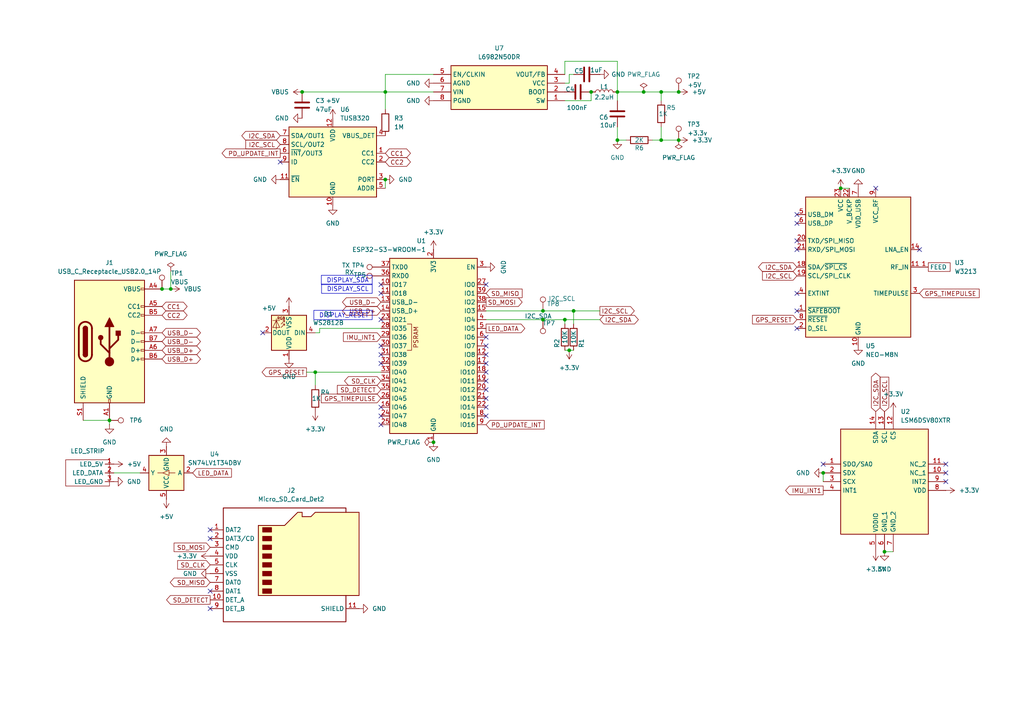
<source format=kicad_sch>
(kicad_sch (version 20250114) (generator "eeschema") (generator_version "9.0")
  (paper "A4")
  (title_block (date "2026-03-07") (rev "r1"))
  (lib_symbols
    (symbol "Connector:Micro_SD_Card_Det2"
      (property "Reference" "J" (at -16.51 17.78 0))
      (property "Value" "Micro_SD_Card_Det2" (at 16.51 17.78 0))
      (symbol "Micro_SD_Card_Det2_0_1"
        (polyline (pts (xy -8.89 -8.89) (xy -8.89 11.43) (xy -1.27 11.43) (xy 2.54 15.24) (xy 3.81 15.24) (xy 3.81 13.97) (xy 6.35 13.97) (xy 7.62 15.24) (xy 20.32 15.24) (xy 20.32 -8.89) (xy -8.89 -8.89)) (stroke (width 0.254)) (fill (type background)))
        (rectangle (start -7.62 10.795) (end -5.08 9.525) (stroke (width 0.254)) (fill (type outline)))
        (rectangle (start -7.62 8.255) (end -5.08 6.985) (stroke (width 0.254)) (fill (type outline)))
        (rectangle (start -7.62 5.715) (end -5.08 4.445) (stroke (width 0.254)) (fill (type outline)))
        (rectangle (start -7.62 3.175) (end -5.08 1.905) (stroke (width 0.254)) (fill (type outline)))
        (rectangle (start -7.62 0.635) (end -5.08 -0.635) (stroke (width 0.254)) (fill (type outline)))
        (rectangle (start -7.62 -1.905) (end -5.08 -3.175) (stroke (width 0.254)) (fill (type outline)))
        (rectangle (start -7.62 -4.445) (end -5.08 -5.715) (stroke (width 0.254)) (fill (type outline)))
        (rectangle (start -7.62 -6.985) (end -5.08 -8.255) (stroke (width 0.254)) (fill (type outline)))
        (polyline (pts (xy 16.51 15.24) (xy 16.51 16.51) (xy -19.05 16.51) (xy -19.05 -16.51) (xy 16.51 -16.51) (xy 16.51 -8.89)) (stroke (width 0.254)))
      )
      (symbol "Micro_SD_Card_Det2_1_1"
        (pin bidirectional line (at -22.86 10.16 0) (length 3.81) (name "DAT2") (number "1"))
        (pin bidirectional line (at -22.86 7.62 0) (length 3.81) (name "DAT3/CD") (number "2"))
        (pin input line (at -22.86 5.08 0) (length 3.81) (name "CMD") (number "3"))
        (pin power_in line (at -22.86 2.54 0) (length 3.81) (name "VDD") (number "4"))
        (pin input line (at -22.86 0 0) (length 3.81) (name "CLK") (number "5"))
        (pin power_in line (at -22.86 -2.54 0) (length 3.81) (name "VSS") (number "6"))
        (pin bidirectional line (at -22.86 -5.08 0) (length 3.81) (name "DAT0") (number "7"))
        (pin bidirectional line (at -22.86 -7.62 0) (length 3.81) (name "DAT1") (number "8"))
        (pin passive line (at -22.86 -10.16 0) (length 3.81) (name "DET_A") (number "10"))
        (pin passive line (at -22.86 -12.7 0) (length 3.81) (name "DET_B") (number "9"))
        (pin passive line (at 20.32 -12.7 180) (length 3.81) (name "SHIELD") (number "11"))
      )
    )
    (symbol "Connector:TestPoint" (pin_numbers (hide yes)) (pin_names (offset 0.762) (hide yes))
      (property "Reference" "TP" (at 0 6.858 0))
      (property "Value" "TestPoint" (at 0 5.08 0))
      (symbol "TestPoint_0_1"
        (circle (center 0 3.302) (radius 0.762))
      )
      (symbol "TestPoint_1_1"
        (pin passive line (at 0 0 90) (length 2.54) (name "1") (number "1"))
      )
    )
    (symbol "Connector:USB_C_Receptacle_USB2.0_14P" (pin_names (offset 1.016))
      (property "Reference" "J" (at 0 22.225 0))
      (property "Value" "USB_C_Receptacle_USB2.0_14P" (at 0 19.685 0))
      (symbol "USB_C_Receptacle_USB2.0_14P_0_0"
        (rectangle (start -0.254 -17.78) (end 0.254 -16.764))
        (rectangle (start 10.16 15.494) (end 9.144 14.986))
        (rectangle (start 10.16 10.414) (end 9.144 9.906))
        (rectangle (start 10.16 7.874) (end 9.144 7.366))
        (rectangle (start 10.16 2.794) (end 9.144 2.286))
        (rectangle (start 10.16 0.254) (end 9.144 -0.254))
        (rectangle (start 10.16 -2.286) (end 9.144 -2.794))
        (rectangle (start 10.16 -4.826) (end 9.144 -5.334))
      )
      (symbol "USB_C_Receptacle_USB2.0_14P_0_1"
        (rectangle (start -10.16 17.78) (end 10.16 -17.78) (stroke (width 0.254)) (fill (type background)))
        (polyline (pts (xy -8.89 -3.81) (xy -8.89 3.81)) (stroke (width 0.508)))
        (rectangle (start -7.62 -3.81) (end -6.35 3.81) (stroke (width 0.254)) (fill (type outline)))
        (arc (start -7.62 3.81) (mid -6.985 4.4423) (end -6.35 3.81) (stroke (width 0.254)))
        (arc (start -7.62 3.81) (mid -6.985 4.4423) (end -6.35 3.81) (stroke (width 0.254)) (fill (type outline)))
        (arc (start -8.89 3.81) (mid -6.985 5.7067) (end -5.08 3.81) (stroke (width 0.508)))
        (arc (start -5.08 -3.81) (mid -6.985 -5.7067) (end -8.89 -3.81) (stroke (width 0.508)))
        (arc (start -6.35 -3.81) (mid -6.985 -4.4423) (end -7.62 -3.81) (stroke (width 0.254)))
        (arc (start -6.35 -3.81) (mid -6.985 -4.4423) (end -7.62 -3.81) (stroke (width 0.254)) (fill (type outline)))
        (polyline (pts (xy -5.08 3.81) (xy -5.08 -3.81)) (stroke (width 0.508)))
        (circle (center -2.54 1.143) (radius 0.635) (stroke (width 0.254)) (fill (type outline)))
        (polyline (pts (xy -1.27 4.318) (xy 0 6.858) (xy 1.27 4.318) (xy -1.27 4.318)) (stroke (width 0.254)) (fill (type outline)))
        (polyline (pts (xy 0 -2.032) (xy 2.54 0.508) (xy 2.54 1.778)) (stroke (width 0.508)))
        (polyline (pts (xy 0 -3.302) (xy -2.54 -0.762) (xy -2.54 0.508)) (stroke (width 0.508)))
        (polyline (pts (xy 0 -5.842) (xy 0 4.318)) (stroke (width 0.508)))
        (circle (center 0 -5.842) (radius 1.27) (fill (type outline)))
        (rectangle (start 1.905 1.778) (end 3.175 3.048) (stroke (width 0.254)) (fill (type outline)))
      )
      (symbol "USB_C_Receptacle_USB2.0_14P_1_1"
        (pin passive line (at -7.62 -22.86 90) (length 5.08) (name "SHIELD") (number "S1"))
        (pin passive line (at 0 -22.86 90) (length 5.08) (name "GND") (number "A1"))
        (pin passive line (at 0 -22.86 90) (length 5.08) (hide yes) (name "GND") (number "A12"))
        (pin passive line (at 0 -22.86 90) (length 5.08) (hide yes) (name "GND") (number "B1"))
        (pin passive line (at 0 -22.86 90) (length 5.08) (hide yes) (name "GND") (number "B12"))
        (pin passive line (at 15.24 15.24 180) (length 5.08) (name "VBUS") (number "A4"))
        (pin passive line (at 15.24 15.24 180) (length 5.08) (hide yes) (name "VBUS") (number "A9"))
        (pin passive line (at 15.24 15.24 180) (length 5.08) (hide yes) (name "VBUS") (number "B4"))
        (pin passive line (at 15.24 15.24 180) (length 5.08) (hide yes) (name "VBUS") (number "B9"))
        (pin bidirectional line (at 15.24 10.16 180) (length 5.08) (name "CC1") (number "A5"))
        (pin bidirectional line (at 15.24 7.62 180) (length 5.08) (name "CC2") (number "B5"))
        (pin bidirectional line (at 15.24 2.54 180) (length 5.08) (name "D-") (number "A7"))
        (pin bidirectional line (at 15.24 0 180) (length 5.08) (name "D-") (number "B7"))
        (pin bidirectional line (at 15.24 -2.54 180) (length 5.08) (name "D+") (number "A6"))
        (pin bidirectional line (at 15.24 -5.08 180) (length 5.08) (name "D+") (number "B6"))
      )
    )
    (symbol "Device:C" (pin_numbers (hide yes)) (pin_names (offset 0.254))
      (property "Reference" "C" (at 0.635 2.54 0))
      (property "Value" "C" (at 0.635 -2.54 0))
      (symbol "C_0_1"
        (polyline (pts (xy -2.032 0.762) (xy 2.032 0.762)) (stroke (width 0.508)))
        (polyline (pts (xy -2.032 -0.762) (xy 2.032 -0.762)) (stroke (width 0.508)))
      )
      (symbol "C_1_1"
        (pin passive line (at 0 3.81 270) (length 2.794) (name "~") (number "1"))
        (pin passive line (at 0 -3.81 90) (length 2.794) (name "~") (number "2"))
      )
    )
    (symbol "Device:L" (pin_numbers (hide yes)) (pin_names (offset 1.016) (hide yes))
      (property "Reference" "L" (at -1.27 0 90))
      (property "Value" "L" (at 1.905 0 90))
      (symbol "L_0_1"
        (arc (start 0 2.54) (mid 0.6323 1.905) (end 0 1.27))
        (arc (start 0 1.27) (mid 0.6323 0.635) (end 0 0))
        (arc (start 0 0) (mid 0.6323 -0.635) (end 0 -1.27))
        (arc (start 0 -1.27) (mid 0.6323 -1.905) (end 0 -2.54))
      )
      (symbol "L_1_1"
        (pin passive line (at 0 3.81 270) (length 1.27) (name "1") (number "1"))
        (pin passive line (at 0 -3.81 90) (length 1.27) (name "2") (number "2"))
      )
    )
    (symbol "Device:R" (pin_numbers (hide yes)) (pin_names (offset 0))
      (property "Reference" "R" (at 2.032 0 90))
      (property "Value" "R" (at 0 0 90))
      (symbol "R_0_1"
        (rectangle (start -1.016 -2.54) (end 1.016 2.54) (stroke (width 0.254)))
      )
      (symbol "R_1_1"
        (pin passive line (at 0 3.81 270) (length 1.27) (name "~") (number "1"))
        (pin passive line (at 0 -3.81 90) (length 1.27) (name "~") (number "2"))
      )
    )
    (symbol "Interface_USB:TUSB320"
      (property "Reference" "U" (at -11.43 11.43 0))
      (property "Value" "TUSB320" (at 7.62 11.43 0))
      (symbol "TUSB320_0_1"
        (rectangle (start -12.7 10.16) (end 12.7 -10.16) (stroke (width 0.254)) (fill (type background)))
      )
      (symbol "TUSB320_1_1"
        (pin bidirectional line (at -15.24 7.62 0) (length 2.54) (name "SDA/OUT1") (number "7"))
        (pin bidirectional line (at -15.24 5.08 0) (length 2.54) (name "SCL/OUT2") (number "8"))
        (pin open_collector line (at -15.24 2.54 0) (length 2.54) (name "~{INT}/OUT3") (number "6"))
        (pin open_collector line (at -15.24 0 0) (length 2.54) (name "ID") (number "9"))
        (pin input line (at -15.24 -5.08 0) (length 2.54) (name "~{EN}") (number "11"))
        (pin power_in line (at 0 12.7 270) (length 2.54) (name "VDD") (number "12"))
        (pin power_in line (at 0 -12.7 90) (length 2.54) (name "GND") (number "10"))
        (pin input line (at 15.24 7.62 180) (length 2.54) (name "VBUS_DET") (number "4"))
        (pin bidirectional line (at 15.24 2.54 180) (length 2.54) (name "CC1") (number "1"))
        (pin bidirectional line (at 15.24 0 180) (length 2.54) (name "CC2") (number "2"))
        (pin input line (at 15.24 -5.08 180) (length 2.54) (name "PORT") (number "3"))
        (pin input line (at 15.24 -7.62 180) (length 2.54) (name "ADDR") (number "5"))
      )
    )
    (symbol "L6982N50DR:L6982N50DR"
      (property "Reference" "IC" (at 34.29 7.62 0))
      (property "Value" "L6982N50DR" (at 34.29 5.08 0))
      (symbol "L6982N50DR_1_1"
        (rectangle (start 5.08 2.54) (end 33.02 -10.16) (stroke (width 0.254)) (fill (type background)))
        (pin passive line (at 0 0 0) (length 5.08) (name "SW") (number "1"))
        (pin passive line (at 0 -2.54 0) (length 5.08) (name "BOOT") (number "2"))
        (pin passive line (at 0 -5.08 0) (length 5.08) (name "VCC") (number "3"))
        (pin passive line (at 0 -7.62 0) (length 5.08) (name "VOUT/FB") (number "4"))
        (pin passive line (at 38.1 0 180) (length 5.08) (name "PGND") (number "8"))
        (pin passive line (at 38.1 -2.54 180) (length 5.08) (name "VIN") (number "7"))
        (pin passive line (at 38.1 -5.08 180) (length 5.08) (name "AGND") (number "6"))
        (pin passive line (at 38.1 -7.62 180) (length 5.08) (name "EN/CLKIN") (number "5"))
      )
    )
    (symbol "LED:WS2812B" (pin_names (offset 0.254))
      (property "Reference" "D" (at 5.08 5.715 0))
      (property "Value" "WS2812B" (at 1.27 -5.715 0))
      (symbol "WS2812B_0_0"
        (text "RGB" (at 2.286 -4.191 0) (effects (font (size 0.762 0.762))))
      )
      (symbol "WS2812B_0_1"
        (polyline (pts (xy 1.27 -2.54) (xy 1.778 -2.54)))
        (polyline (pts (xy 1.27 -3.556) (xy 1.778 -3.556)))
        (polyline (pts (xy 2.286 -1.524) (xy 1.27 -2.54) (xy 1.27 -2.032)))
        (polyline (pts (xy 2.286 -2.54) (xy 1.27 -3.556) (xy 1.27 -3.048)))
        (polyline (pts (xy 3.683 -1.016) (xy 3.683 -3.556) (xy 3.683 -4.064)))
        (polyline (pts (xy 4.699 -1.524) (xy 2.667 -1.524) (xy 3.683 -3.556) (xy 4.699 -1.524)))
        (polyline (pts (xy 4.699 -3.556) (xy 2.667 -3.556)))
        (rectangle (start 5.08 5.08) (end -5.08 -5.08) (stroke (width 0.254)) (fill (type background)))
      )
      (symbol "WS2812B_1_1"
        (pin input line (at -7.62 0 0) (length 2.54) (name "DIN") (number "4"))
        (pin power_in line (at 0 7.62 270) (length 2.54) (name "VDD") (number "1"))
        (pin power_in line (at 0 -7.62 90) (length 2.54) (name "VSS") (number "3"))
        (pin output line (at 7.62 0 180) (length 2.54) (name "DOUT") (number "2"))
      )
    )
    (symbol "LSM6DSV80XTR:LSM6DSV80XTR"
      (property "Reference" "IC" (at 31.75 15.24 0))
      (property "Value" "LSM6DSV80XTR" (at 31.75 12.7 0))
      (symbol "LSM6DSV80XTR_1_1"
        (rectangle (start 5.08 10.16) (end 30.48 -20.32) (stroke (width 0.254)) (fill (type background)))
        (pin passive line (at 0 0 0) (length 5.08) (name "SDO/SA0") (number "1"))
        (pin passive line (at 0 -2.54 0) (length 5.08) (name "SDX") (number "2"))
        (pin passive line (at 0 -5.08 0) (length 5.08) (name "SCX") (number "3"))
        (pin passive line (at 0 -7.62 0) (length 5.08) (name "INT1") (number "4"))
        (pin passive line (at 15.24 15.24 270) (length 5.08) (name "SDA") (number "14"))
        (pin passive line (at 15.24 -25.4 90) (length 5.08) (name "VDDIO") (number "5"))
        (pin passive line (at 17.78 15.24 270) (length 5.08) (name "SCL") (number "13"))
        (pin passive line (at 17.78 -25.4 90) (length 5.08) (name "GND_1") (number "6"))
        (pin passive line (at 20.32 15.24 270) (length 5.08) (name "CS") (number "12"))
        (pin passive line (at 20.32 -25.4 90) (length 5.08) (name "GND_2") (number "7"))
        (pin passive line (at 35.56 0 180) (length 5.08) (name "NC_2") (number "11"))
        (pin passive line (at 35.56 -2.54 180) (length 5.08) (name "NC_1") (number "10"))
        (pin passive line (at 35.56 -5.08 180) (length 5.08) (name "INT2") (number "9"))
        (pin passive line (at 35.56 -7.62 180) (length 5.08) (name "VDD") (number "8"))
      )
    )
    (symbol "Logic_LevelTranslator:SN74LV1T34DBV"
      (property "Reference" "U" (at 5.08 6.35 0))
      (property "Value" "SN74LV1T34DBV" (at 5.08 3.81 0))
      (symbol "SN74LV1T34DBV_0_1"
        (rectangle (start -5.08 5.08) (end 5.08 -5.08) (stroke (width 0.254)) (fill (type background)))
        (polyline (pts (xy -0.762 0) (xy -2.54 0)))
        (polyline (pts (xy 1.016 0) (xy 2.54 0)))
      )
      (symbol "SN74LV1T34DBV_1_1"
        (polyline (pts (xy -0.762 -0.762) (xy -0.762 0.762) (xy 1.016 0) (xy -0.762 -0.762)))
        (pin input line (at -7.62 0 0) (length 2.54) (name "A") (number "2"))
        (pin no_connect line (at -5.08 2.54 0) (length 2.54) (hide yes) (name "NC") (number "1"))
        (pin power_in line (at 0 7.62 270) (length 2.54) (name "VCC") (number "5"))
        (pin power_in line (at 0 -7.62 90) (length 2.54) (name "GND") (number "3"))
        (pin output line (at 7.62 0 180) (length 2.54) (name "Y") (number "4"))
      )
    )
    (symbol "RF_GPS:NEO-M8N"
      (property "Reference" "U" (at -13.97 21.59 0))
      (property "Value" "NEO-M8N" (at 11.43 21.59 0))
      (symbol "NEO-M8N_0_1"
        (rectangle (start -15.24 20.32) (end 15.24 -20.32) (stroke (width 0.254)) (fill (type background)))
      )
      (symbol "NEO-M8N_1_1"
        (pin bidirectional line (at -17.78 15.24 0) (length 2.54) (name "USB_DM") (number "5"))
        (pin bidirectional line (at -17.78 12.7 0) (length 2.54) (name "USB_DP") (number "6"))
        (pin output line (at -17.78 7.62 0) (length 2.54) (name "TXD/SPI_MISO") (number "20"))
        (pin input line (at -17.78 5.08 0) (length 2.54) (name "RXD/SPI_MOSI") (number "21"))
        (pin bidirectional line (at -17.78 0 0) (length 2.54) (name "SDA/~{SPI_CS}") (number "18"))
        (pin input line (at -17.78 -2.54 0) (length 2.54) (name "SCL/SPI_CLK") (number "19"))
        (pin input line (at -17.78 -7.62 0) (length 2.54) (name "EXTINT") (number "4"))
        (pin input line (at -17.78 -12.7 0) (length 2.54) (name "~{SAFEBOOT}") (number "1"))
        (pin input line (at -17.78 -15.24 0) (length 2.54) (name "~{RESET}") (number "8"))
        (pin input line (at -17.78 -17.78 0) (length 2.54) (name "D_SEL") (number "2"))
        (pin power_in line (at -5.08 22.86 270) (length 2.54) (name "VCC") (number "23"))
        (pin power_in line (at -2.54 22.86 270) (length 2.54) (name "V_BCKP") (number "22"))
        (pin power_in line (at 0 22.86 270) (length 2.54) (name "VDD_USB") (number "7"))
        (pin power_in line (at 0 -22.86 90) (length 2.54) (name "GND") (number "10"))
        (pin passive line (at 0 -22.86 90) (length 2.54) (hide yes) (name "GND") (number "12"))
        (pin passive line (at 0 -22.86 90) (length 2.54) (hide yes) (name "GND") (number "13"))
        (pin passive line (at 0 -22.86 90) (length 2.54) (hide yes) (name "GND") (number "24"))
        (pin power_out line (at 5.08 22.86 270) (length 2.54) (name "VCC_RF") (number "9"))
        (pin no_connect line (at 15.24 -10.16 180) (length 2.54) (hide yes) (name "RESERVED") (number "15"))
        (pin no_connect line (at 15.24 -12.7 180) (length 2.54) (hide yes) (name "RESERVED") (number "16"))
        (pin no_connect line (at 15.24 -15.24 180) (length 2.54) (hide yes) (name "RESERVED") (number "17"))
        (pin output line (at 17.78 5.08 180) (length 2.54) (name "LNA_EN") (number "14"))
        (pin input line (at 17.78 0 180) (length 2.54) (name "RF_IN") (number "11"))
        (pin output line (at 17.78 -7.62 180) (length 2.54) (name "TIMEPULSE") (number "3"))
      )
    )
    (symbol "RF_Module:ESP32-S3-WROOM-1"
      (property "Reference" "U" (at -12.7 26.67 0))
      (property "Value" "ESP32-S3-WROOM-1" (at 12.7 26.67 0))
      (symbol "ESP32-S3-WROOM-1_0_0"
        (rectangle (start -12.7 25.4) (end 12.7 -25.4) (stroke (width 0.254)) (fill (type background)))
        (text "PSRAM" (at 5.08 2.54 900) (effects (font (size 1.27 1.27))))
      )
      (symbol "ESP32-S3-WROOM-1_0_1"
        (polyline (pts (xy 7.62 -1.27) (xy 6.35 -1.27) (xy 6.35 6.35) (xy 7.62 6.35)))
      )
      (symbol "ESP32-S3-WROOM-1_1_1"
        (pin input line (at -15.24 22.86 0) (length 2.54) (name "EN") (number "3"))
        (pin bidirectional line (at -15.24 17.78 0) (length 2.54) (name "IO0") (number "27"))
        (pin bidirectional line (at -15.24 15.24 0) (length 2.54) (name "IO1") (number "39"))
        (pin bidirectional line (at -15.24 12.7 0) (length 2.54) (name "IO2") (number "38"))
        (pin bidirectional line (at -15.24 10.16 0) (length 2.54) (name "IO3") (number "15"))
        (pin bidirectional line (at -15.24 7.62 0) (length 2.54) (name "IO4") (number "4"))
        (pin bidirectional line (at -15.24 5.08 0) (length 2.54) (name "IO5") (number "5"))
        (pin bidirectional line (at -15.24 2.54 0) (length 2.54) (name "IO6") (number "6"))
        (pin bidirectional line (at -15.24 0 0) (length 2.54) (name "IO7") (number "7"))
        (pin bidirectional line (at -15.24 -2.54 0) (length 2.54) (name "IO8") (number "12"))
        (pin bidirectional line (at -15.24 -5.08 0) (length 2.54) (name "IO9") (number "17"))
        (pin bidirectional line (at -15.24 -7.62 0) (length 2.54) (name "IO10") (number "18"))
        (pin bidirectional line (at -15.24 -10.16 0) (length 2.54) (name "IO11") (number "19"))
        (pin bidirectional line (at -15.24 -12.7 0) (length 2.54) (name "IO12") (number "20"))
        (pin bidirectional line (at -15.24 -15.24 0) (length 2.54) (name "IO13") (number "21"))
        (pin bidirectional line (at -15.24 -17.78 0) (length 2.54) (name "IO14") (number "22"))
        (pin bidirectional line (at -15.24 -20.32 0) (length 2.54) (name "IO15") (number "8"))
        (pin bidirectional line (at -15.24 -22.86 0) (length 2.54) (name "IO16") (number "9"))
        (pin power_in line (at 0 27.94 270) (length 2.54) (name "3V3") (number "2"))
        (pin power_in line (at 0 -27.94 90) (length 2.54) (name "GND") (number "1"))
        (pin passive line (at 0 -27.94 90) (length 2.54) (hide yes) (name "GND") (number "40"))
        (pin passive line (at 0 -27.94 90) (length 2.54) (hide yes) (name "GND") (number "41"))
        (pin bidirectional line (at 15.24 22.86 180) (length 2.54) (name "TXD0") (number "37"))
        (pin bidirectional line (at 15.24 20.32 180) (length 2.54) (name "RXD0") (number "36"))
        (pin bidirectional line (at 15.24 17.78 180) (length 2.54) (name "IO17") (number "10"))
        (pin bidirectional line (at 15.24 15.24 180) (length 2.54) (name "IO18") (number "11"))
        (pin bidirectional line (at 15.24 12.7 180) (length 2.54) (name "USB_D-") (number "13"))
        (pin bidirectional line (at 15.24 10.16 180) (length 2.54) (name "USB_D+") (number "14"))
        (pin bidirectional line (at 15.24 7.62 180) (length 2.54) (name "IO21") (number "23"))
        (pin bidirectional line (at 15.24 5.08 180) (length 2.54) (name "IO35") (number "28"))
        (pin bidirectional line (at 15.24 2.54 180) (length 2.54) (name "IO36") (number "29"))
        (pin bidirectional line (at 15.24 0 180) (length 2.54) (name "IO37") (number "30"))
        (pin bidirectional line (at 15.24 -2.54 180) (length 2.54) (name "IO38") (number "31"))
        (pin bidirectional line (at 15.24 -5.08 180) (length 2.54) (name "IO39") (number "32"))
        (pin bidirectional line (at 15.24 -7.62 180) (length 2.54) (name "IO40") (number "33"))
        (pin bidirectional line (at 15.24 -10.16 180) (length 2.54) (name "IO41") (number "34"))
        (pin bidirectional line (at 15.24 -12.7 180) (length 2.54) (name "IO42") (number "35"))
        (pin bidirectional line (at 15.24 -15.24 180) (length 2.54) (name "IO45") (number "26"))
        (pin bidirectional line (at 15.24 -17.78 180) (length 2.54) (name "IO46") (number "16"))
        (pin bidirectional line (at 15.24 -20.32 180) (length 2.54) (name "IO47") (number "24"))
        (pin bidirectional line (at 15.24 -22.86 180) (length 2.54) (name "IO48") (number "25"))
      )
    )
    (symbol "chips:LED_STRIP"
      (symbol "LED_STRIP_0_1"
        (rectangle (start -1.27 -1.27) (end -13.97 -8.89))
      )
      (symbol "LED_STRIP_1_1"
        (pin power_in line (at 0 -2.54 180) (length 2.54) (name "LED_5V") (number "1"))
        (pin input line (at 0 -5.08 180) (length 2.54) (name "LED_DATA") (number "2"))
        (pin passive line (at 0 -7.62 180) (length 2.54) (name "LED_GND") (number "3"))
      )
    )
    (symbol "chips:W3213"
      (property "Reference" "U" (at 3.048 0.762 0))
      (symbol "W3213_0_1"
        (rectangle (start 0 0) (end 6.35 -2.54))
      )
      (symbol "W3213_1_1"
        (pin bidirectional line (at -2.54 -1.27 0) (length 2.54) (name "FEED") (number "1"))
      )
    )
    (symbol "power:+3.3V" (power) (pin_numbers (hide yes)) (pin_names (offset 0) (hide yes))
      (property "Value" "+3.3V" (at 0 3.556 0))
      (symbol "+3.3V_0_1"
        (polyline (pts (xy -0.762 1.27) (xy 0 2.54)))
        (polyline (pts (xy 0 2.54) (xy 0.762 1.27)))
        (polyline (pts (xy 0 0) (xy 0 2.54)))
      )
      (symbol "+3.3V_1_1"
        (pin power_in line (at 0 0 90) (length 0) (name "~") (number "1"))
      )
    )
    (symbol "power:+5V" (power) (pin_numbers (hide yes)) (pin_names (offset 0) (hide yes))
      (property "Value" "+5V" (at 0 3.556 0))
      (symbol "+5V_0_1"
        (polyline (pts (xy -0.762 1.27) (xy 0 2.54)))
        (polyline (pts (xy 0 2.54) (xy 0.762 1.27)))
        (polyline (pts (xy 0 0) (xy 0 2.54)))
      )
      (symbol "+5V_1_1"
        (pin power_in line (at 0 0 90) (length 0) (name "~") (number "1"))
      )
    )
    (symbol "power:GND" (power) (pin_numbers (hide yes)) (pin_names (offset 0) (hide yes))
      (property "Value" "GND" (at 0 -3.81 0))
      (symbol "GND_0_1"
        (polyline (pts (xy 0 0) (xy 0 -1.27) (xy 1.27 -1.27) (xy 0 -2.54) (xy -1.27 -1.27) (xy 0 -1.27)))
      )
      (symbol "GND_1_1"
        (pin power_in line (at 0 0 270) (length 0) (name "~") (number "1"))
      )
    )
    (symbol "power:PWR_FLAG" (power) (pin_numbers (hide yes)) (pin_names (offset 0) (hide yes))
      (property "Value" "PWR_FLAG" (at 0 3.81 0))
      (symbol "PWR_FLAG_0_0"
        (pin power_out line (at 0 0 90) (length 0) (name "~") (number "1"))
      )
      (symbol "PWR_FLAG_0_1"
        (polyline (pts (xy 0 0) (xy 0 1.27) (xy -1.016 1.905) (xy 0 2.54) (xy 1.016 1.905) (xy 0 1.27)))
      )
    )
    (symbol "power:VBUS" (power) (pin_numbers (hide yes)) (pin_names (offset 0) (hide yes))
      (property "Value" "VBUS" (at 0 3.556 0))
      (symbol "VBUS_0_1"
        (polyline (pts (xy -0.762 1.27) (xy 0 2.54)))
        (polyline (pts (xy 0 2.54) (xy 0.762 1.27)))
        (polyline (pts (xy 0 0) (xy 0 2.54)))
      )
      (symbol "VBUS_1_1"
        (pin power_in line (at 0 0 90) (length 0) (name "~") (number "1"))
      )
    )
  )
  (text_box "DISPLAY_RESET" (at 91.026 90.0105 0) (size 16.924 2.6995) (margins 0.9525 0.9525 0.9525 0.9525) (effects (font (size 1.27 1.27)) (justify right)))
  (text_box "DISPLAY_SDA" (at 93.203 79.8505 0) (size 14.747 2.6995) (margins 0.9525 0.9525 0.9525 0.9525) (effects (font (size 1.27 1.27)) (justify right)))
  (text_box "DISPLAY_SCL" (at 93.2635 82.3905 0) (size 14.6865 2.6995) (margins 0.9525 0.9525 0.9525 0.9525) (effects (font (size 1.27 1.27)) (justify right)))
  (junction (at 256.54 160.02))
  (junction (at 191.77 26.67))
  (junction (at 166.37 90.17))
  (junction (at 179.07 40.64))
  (junction (at 171.45 26.67))
  (junction (at 163.83 92.71))
  (junction (at 157.48 92.71))
  (junction (at 191.77 40.64))
  (junction (at 196.85 26.67))
  (junction (at 165.1 101.6))
  (junction (at 111.76 26.67))
  (junction (at 243.84 54.61))
  (junction (at 91.44 107.95))
  (junction (at 238.76 137.16))
  (junction (at 125.73 128.27))
  (junction (at 179.07 26.67))
  (junction (at 186.69 26.67))
  (junction (at 111.76 52.07))
  (junction (at 87.63 26.67))
  (junction (at 31.75 121.92))
  (junction (at 196.85 40.64))
  (junction (at 49.53 83.82))
  (junction (at 46.99 83.82))
  (junction (at 157.48 90.17))
  (no_connect (at 140.97 113.03))
  (no_connect (at 140.97 115.57))
  (no_connect (at 140.97 102.87))
  (no_connect (at 254 54.61))
  (no_connect (at 231.14 90.17))
  (no_connect (at 140.97 118.11))
  (no_connect (at 231.14 95.25))
  (no_connect (at 110.49 92.71))
  (no_connect (at 110.49 105.41))
  (no_connect (at 110.49 100.33))
  (no_connect (at 231.14 69.85))
  (no_connect (at 231.14 72.39))
  (no_connect (at 231.14 85.09))
  (no_connect (at 266.7 72.39))
  (no_connect (at 81.28 46.99))
  (no_connect (at 110.49 123.19))
  (no_connect (at 274.32 134.62))
  (no_connect (at 76.2 96.52))
  (no_connect (at 140.97 97.79))
  (no_connect (at 140.97 120.65))
  (no_connect (at 60.96 153.67))
  (no_connect (at 60.96 156.21))
  (no_connect (at 140.97 100.33))
  (no_connect (at 60.96 171.45))
  (no_connect (at 140.97 82.55))
  (no_connect (at 238.76 134.62))
  (no_connect (at 231.14 62.23))
  (no_connect (at 274.32 137.16))
  (no_connect (at 274.32 139.7))
  (no_connect (at 231.14 64.77))
  (no_connect (at 140.97 105.41))
  (no_connect (at 110.49 102.87))
  (no_connect (at 110.49 118.11))
  (no_connect (at 110.49 82.55))
  (no_connect (at 110.49 85.09))
  (no_connect (at 140.97 110.49))
  (no_connect (at 60.96 176.53))
  (no_connect (at 110.49 120.65))
  (no_connect (at 140.97 107.95))
  (wire (pts (xy 166.37 101.6) (xy 165.1 101.6)))
  (wire (pts (xy 166.37 93.98) (xy 166.37 90.17)))
  (wire (pts (xy 163.83 29.21) (xy 171.45 29.21)))
  (wire (pts (xy 87.63 26.67) (xy 111.76 26.67)))
  (wire (pts (xy 163.83 93.98) (xy 163.83 92.71)))
  (wire (pts (xy 140.97 90.17) (xy 157.48 90.17)))
  (wire (pts (xy 165.1 21.59) (xy 166.37 21.59)))
  (wire (pts (xy 256.54 160.02) (xy 259.08 160.02)))
  (wire (pts (xy 243.84 54.61) (xy 246.38 54.61)))
  (wire (pts (xy 165.1 101.6) (xy 163.83 101.6)))
  (wire (pts (xy 125.73 21.59) (xy 111.76 21.59)))
  (wire (pts (xy 92.71 95.25) (xy 110.49 95.25)))
  (wire (pts (xy 111.76 52.07) (xy 111.76 54.61)))
  (wire (pts (xy 191.77 26.67) (xy 186.69 26.67)))
  (wire (pts (xy 173.99 92.71) (xy 163.83 92.71)))
  (wire (pts (xy 163.83 24.13) (xy 165.1 24.13)))
  (wire (pts (xy 163.83 17.78) (xy 179.07 17.78)))
  (wire (pts (xy 91.44 107.95) (xy 110.49 107.95)))
  (wire (pts (xy 111.76 26.67) (xy 125.73 26.67)))
  (wire (pts (xy 24.13 121.92) (xy 31.75 121.92)))
  (wire (pts (xy 191.77 40.64) (xy 196.85 40.64)))
  (wire (pts (xy 92.71 95.25) (xy 92.71 96.52)))
  (wire (pts (xy 163.83 17.78) (xy 163.83 21.59)))
  (wire (pts (xy 196.85 26.67) (xy 191.77 26.67)))
  (wire (pts (xy 49.53 83.82) (xy 46.99 83.82)))
  (wire (pts (xy 179.07 40.64) (xy 179.07 36.83)))
  (wire (pts (xy 49.53 78.74) (xy 49.53 83.82)))
  (wire (pts (xy 238.76 137.16) (xy 238.76 139.7)))
  (wire (pts (xy 166.37 90.17) (xy 157.48 90.17)))
  (wire (pts (xy 140.97 92.71) (xy 157.48 92.71)))
  (wire (pts (xy 31.75 121.92) (xy 31.75 123.19)))
  (wire (pts (xy 191.77 29.21) (xy 191.77 26.67)))
  (wire (pts (xy 111.76 21.59) (xy 111.76 26.67)))
  (wire (pts (xy 173.99 90.17) (xy 166.37 90.17)))
  (wire (pts (xy 165.1 24.13) (xy 165.1 21.59)))
  (wire (pts (xy 171.45 29.21) (xy 171.45 26.67)))
  (wire (pts (xy 189.23 40.64) (xy 191.77 40.64)))
  (wire (pts (xy 179.07 26.67) (xy 186.69 26.67)))
  (wire (pts (xy 91.44 107.95) (xy 91.44 111.76)))
  (wire (pts (xy 111.76 26.67) (xy 111.76 31.75)))
  (wire (pts (xy 179.07 29.21) (xy 179.07 26.67)))
  (wire (pts (xy 163.83 92.71) (xy 157.48 92.71)))
  (wire (pts (xy 179.07 17.78) (xy 179.07 26.67)))
  (wire (pts (xy 92.71 96.52) (xy 91.44 96.52)))
  (wire (pts (xy 191.77 36.83) (xy 191.77 40.64)))
  (wire (pts (xy 181.61 40.64) (xy 179.07 40.64)))
  (wire (pts (xy 88.9 107.95) (xy 91.44 107.95)))
  (wire (pts (xy 33.02 137.16) (xy 40.64 137.16)))
  (global_label "CC1" (shape bidirectional) (at 111.76 44.45 0) (property "Intersheetrefs" "${INTERSHEET_REFS}" (effects (hide yes))))
  (global_label "USB_D+" (shape bidirectional) (at 46.99 101.6 0) (property "Intersheetrefs" "${INTERSHEET_REFS}" (effects (hide yes))))
  (global_label "IMU_INT1" (shape output) (at 238.76 142.24 180) (property "Intersheetrefs" "${INTERSHEET_REFS}" (effects (hide yes))))
  (global_label "SD_CLK" (shape input) (at 60.96 163.83 180) (property "Intersheetrefs" "${INTERSHEET_REFS}" (effects (hide yes))))
  (global_label "CC2" (shape bidirectional) (at 46.99 91.44 0) (property "Intersheetrefs" "${INTERSHEET_REFS}" (effects (hide yes))))
  (global_label "USB_D-" (shape bidirectional) (at 110.49 87.63 180) (property "Intersheetrefs" "${INTERSHEET_REFS}" (effects (hide yes))))
  (global_label "SD_CLK" (shape bidirectional) (at 110.49 110.49 180) (property "Intersheetrefs" "${INTERSHEET_REFS}" (effects (hide yes))))
  (global_label "SD_DETECT" (shape output) (at 60.96 173.99 180) (property "Intersheetrefs" "${INTERSHEET_REFS}" (effects (hide yes))))
  (global_label "I2C_SCL" (shape input) (at 256.54 119.38 90) (property "Intersheetrefs" "${INTERSHEET_REFS}" (effects (hide yes))))
  (global_label "SD_MOSI" (shape output) (at 140.97 87.63 0) (property "Intersheetrefs" "${INTERSHEET_REFS}" (effects (hide yes))))
  (global_label "I2C_SDA" (shape bidirectional) (at 231.14 77.47 180) (property "Intersheetrefs" "${INTERSHEET_REFS}" (effects (hide yes))))
  (global_label "IMU_INT1" (shape input) (at 110.49 97.79 180) (property "Intersheetrefs" "${INTERSHEET_REFS}" (effects (hide yes))))
  (global_label "I2C_SCL" (shape input) (at 81.28 41.91 180) (property "Intersheetrefs" "${INTERSHEET_REFS}" (effects (hide yes))))
  (global_label "PD_UPDATE_INT" (shape input) (at 140.97 123.19 0) (property "Intersheetrefs" "${INTERSHEET_REFS}" (effects (hide yes))))
  (global_label "USB_D-" (shape bidirectional) (at 46.99 99.06 0) (property "Intersheetrefs" "${INTERSHEET_REFS}" (effects (hide yes))))
  (global_label "SD_DETECT" (shape input) (at 110.49 113.03 180) (property "Intersheetrefs" "${INTERSHEET_REFS}" (effects (hide yes))))
  (global_label "USB_D+" (shape bidirectional) (at 110.49 90.17 180) (property "Intersheetrefs" "${INTERSHEET_REFS}" (effects (hide yes))))
  (global_label "LED_DATA" (shape output) (at 140.97 95.25 0) (property "Intersheetrefs" "${INTERSHEET_REFS}" (effects (hide yes))))
  (global_label "I2C_SDA" (shape bidirectional) (at 81.28 39.37 180) (property "Intersheetrefs" "${INTERSHEET_REFS}" (effects (hide yes))))
  (global_label "SD_MISO" (shape bidirectional) (at 60.96 168.91 180) (property "Intersheetrefs" "${INTERSHEET_REFS}" (effects (hide yes))))
  (global_label "SD_MOSI" (shape input) (at 60.96 158.75 180) (property "Intersheetrefs" "${INTERSHEET_REFS}" (effects (hide yes))))
  (global_label "CC2" (shape bidirectional) (at 111.76 46.99 0) (property "Intersheetrefs" "${INTERSHEET_REFS}" (effects (hide yes))))
  (global_label "GPS_RESET" (shape output) (at 88.9 107.95 180) (property "Intersheetrefs" "${INTERSHEET_REFS}" (effects (hide yes))))
  (global_label "I2C_SCL" (shape output) (at 173.99 90.17 0) (property "Intersheetrefs" "${INTERSHEET_REFS}" (effects (hide yes))))
  (global_label "I2C_SDA" (shape bidirectional) (at 173.99 92.71 0) (property "Intersheetrefs" "${INTERSHEET_REFS}" (effects (hide yes))))
  (global_label "LED_DATA" (shape input) (at 55.88 137.16 0) (property "Intersheetrefs" "${INTERSHEET_REFS}" (effects (hide yes))))
  (global_label "SD_MISO" (shape input) (at 140.97 85.09 0) (property "Intersheetrefs" "${INTERSHEET_REFS}" (effects (hide yes))))
  (global_label "I2C_SDA" (shape bidirectional) (at 254 119.38 90) (property "Intersheetrefs" "${INTERSHEET_REFS}" (effects (hide yes))))
  (global_label "I2C_SCL" (shape input) (at 231.14 80.01 180) (property "Intersheetrefs" "${INTERSHEET_REFS}" (effects (hide yes))))
  (global_label "PD_UPDATE_INT" (shape output) (at 81.28 44.45 180) (property "Intersheetrefs" "${INTERSHEET_REFS}" (effects (hide yes))))
  (global_label "USB_D-" (shape bidirectional) (at 46.99 96.52 0) (property "Intersheetrefs" "${INTERSHEET_REFS}" (effects (hide yes))))
  (global_label "USB_D+" (shape bidirectional) (at 46.99 104.14 0) (property "Intersheetrefs" "${INTERSHEET_REFS}" (effects (hide yes))))
  (global_label "GPS_TIMEPULSE" (shape input) (at 110.49 115.57 180) (property "Intersheetrefs" "${INTERSHEET_REFS}" (effects (hide yes))))
  (global_label "CC1" (shape bidirectional) (at 46.99 88.9 0) (property "Intersheetrefs" "${INTERSHEET_REFS}" (effects (hide yes))))
  (global_label "GPS_RESET" (shape input) (at 231.14 92.71 180) (property "Intersheetrefs" "${INTERSHEET_REFS}" (effects (hide yes))))
  (global_label "GPS_TIMEPULSE" (shape input) (at 266.7 85.09 0) (property "Intersheetrefs" "${INTERSHEET_REFS}" (effects (hide yes))))
  (symbol (lib_id "Connector:TestPoint") (at 110.49 77.47 90) (unit 1) (in_bom no)
    (property "Reference" "TP4" (at 103.886 76.962 90))
    (property "Value" "TX" (at 100.33 76.962 90))
    (property "Footprint" "TestPoint:TestPoint_Pad_D1.0mm" (effects (hide yes)))
    (property "Description" "test point" (effects (hide yes)))
  )
  (symbol (lib_id "Device:R") (at 185.42 40.64 90) (unit 1)
    (property "Reference" "R6" (at 185.42 42.926 90))
    (property "Value" "2K" (at 185.42 40.64 90))
    (property "Footprint" "Resistor_SMD:R_0603_1608Metric_Pad0.98x0.95mm_HandSolder" (effects (hide yes)))
    (property "Description" "Resistor" (effects (hide yes)))
    (property "Mouser Part Number" "652-CR0603JW-202ELF" (effects (hide yes)))
  )
  (symbol (lib_id "power:+3.3V") (at 60.96 161.29 90) (unit 1)
    (property "Reference" "#PWR017" (effects (hide yes)))
    (property "Value" "+3.3V" (at 57.15 161.2899 90) (effects (justify left)))
    (property "Description" "Power symbol creates a global label with name \"+3.3V\"" (effects (hide yes)))
  )
  (symbol (lib_id "power:GND") (at 81.28 52.07 270) (unit 1)
    (property "Reference" "#PWR019" (effects (hide yes)))
    (property "Value" "GND" (at 77.47 52.0699 90) (effects (justify right)))
    (property "Description" "Power symbol creates a global label with name \"GND\" , ground" (effects (hide yes)))
  )
  (symbol (lib_id "Device:R") (at 111.76 35.56 0) (unit 1)
    (property "Reference" "R3" (at 114.3 34.2899 0) (effects (justify left)))
    (property "Value" "1M" (at 114.3 36.8299 0) (effects (justify left)))
    (property "Footprint" "Resistor_SMD:R_0603_1608Metric_Pad0.98x0.95mm_HandSolder" (effects (hide yes)))
    (property "Description" "Resistor" (effects (hide yes)))
    (property "Mouser Part Number" "755-SFR03EZPJ105" (effects (hide yes)))
  )
  (symbol (lib_id "chips:W3213") (at 269.24 76.2 0) (unit 1)
    (property "Reference" "U3" (at 276.86 76.1999 0) (effects (justify left)))
    (property "Value" "W3213" (at 276.86 78.7399 0) (effects (justify left)))
    (property "Footprint" "KiCad:W3213" (effects (hide yes)))
    (property "Mouser Part Number" "673-W3213" (effects (hide yes)))
  )
  (symbol (lib_id "power:VBUS") (at 49.53 83.82 270) (unit 1)
    (property "Reference" "#PWR07" (effects (hide yes)))
    (property "Value" "VBUS" (at 53.34 83.8199 90) (effects (justify left)))
    (property "Description" "Power symbol creates a global label with name \"VBUS\"" (effects (hide yes)))
  )
  (symbol (lib_id "Device:C") (at 179.07 33.02 0) (unit 1)
    (property "Reference" "C6" (at 173.736 34.036 0) (effects (justify left)))
    (property "Value" "10uF" (at 173.99 36.322 0) (effects (justify left)))
    (property "Footprint" "Capacitor_SMD:C_0805_2012Metric_Pad1.18x1.45mm_HandSolder" (effects (hide yes)))
    (property "Description" "Unpolarized capacitor" (effects (hide yes)))
    (property "Mouser Part Number" "581-0805X7R106KT1AT" (effects (hide yes)))
  )
  (symbol (lib_id "power:+3.3V") (at 274.32 142.24 270) (unit 1)
    (property "Reference" "#PWR032" (effects (hide yes)))
    (property "Value" "+3.3V" (at 278.13 142.2399 90) (effects (justify left)))
    (property "Description" "Power symbol creates a global label with name \"+3.3V\"" (effects (hide yes)))
  )
  (symbol (lib_id "Connector:TestPoint") (at 110.49 80.01 90) (unit 1) (in_bom no)
    (property "Reference" "TP5" (at 104.394 79.756 90))
    (property "Value" "RX" (at 101.346 78.994 90))
    (property "Footprint" "TestPoint:TestPoint_Pad_D1.0mm" (effects (hide yes)))
    (property "Description" "test point" (effects (hide yes)))
  )
  (symbol (lib_id "power:+3.3V") (at 259.08 119.38 0) (unit 1)
    (property "Reference" "#PWR031" (effects (hide yes)))
    (property "Value" "+3.3V" (at 259.08 114.3 0))
    (property "Description" "Power symbol creates a global label with name \"+3.3V\"" (effects (hide yes)))
  )
  (symbol (lib_id "Connector:TestPoint") (at 157.48 92.71 180) (unit 1) (in_bom no)
    (property "Reference" "TP7" (at 161.036 93.726 0) (effects (justify left)))
    (property "Value" "I2C_SDA" (at 160.02 91.694 0) (effects (justify left)))
    (property "Footprint" "TestPoint:TestPoint_Pad_D1.0mm" (effects (hide yes)))
    (property "Description" "test point" (effects (hide yes)))
  )
  (symbol (lib_id "power:GND") (at 248.92 54.61 180) (unit 1)
    (property "Reference" "#PWR034" (effects (hide yes)))
    (property "Value" "GND" (at 248.92 49.53 0))
    (property "Description" "Power symbol creates a global label with name \"GND\" , ground" (effects (hide yes)))
  )
  (symbol (lib_id "power:GND") (at 83.82 104.14 0) (unit 1)
    (property "Reference" "#PWR029" (effects (hide yes)))
    (property "Value" "GND" (at 83.82 109.22 0))
    (property "Description" "Power symbol creates a global label with name \"GND\" , ground" (effects (hide yes)))
  )
  (symbol (lib_id "power:GND") (at 179.07 40.64 0) (unit 1)
    (property "Reference" "#PWR026" (effects (hide yes)))
    (property "Value" "GND" (at 179.07 45.72 0))
    (property "Description" "Power symbol creates a global label with name \"GND\" , ground" (effects (hide yes)))
  )
  (symbol (lib_id "power:+5V") (at 33.02 134.62 270) (unit 1)
    (property "Reference" "#PWR015" (effects (hide yes)))
    (property "Value" "+5V" (at 36.83 134.6199 90) (effects (justify left)))
    (property "Description" "Power symbol creates a global label with name \"+5V\"" (effects (hide yes)))
  )
  (symbol (lib_id "power:GND") (at 104.14 176.53 90) (unit 1)
    (property "Reference" "#PWR016" (effects (hide yes)))
    (property "Value" "GND" (at 107.95 176.5299 90) (effects (justify right)))
    (property "Description" "Power symbol creates a global label with name \"GND\" , ground" (effects (hide yes)))
  )
  (symbol (lib_id "power:+3.3V") (at 254 160.02 180) (unit 1)
    (property "Reference" "#PWR03" (effects (hide yes)))
    (property "Value" "+3.3V" (at 254 165.1 0))
    (property "Description" "Power symbol creates a global label with name \"+3.3V\"" (effects (hide yes)))
  )
  (symbol (lib_id "Device:C") (at 170.18 21.59 90) (unit 1)
    (property "Reference" "C5" (at 167.894 20.574 90))
    (property "Value" "1uF" (at 172.974 20.32 90))
    (property "Footprint" "Capacitor_SMD:C_0805_2012Metric_Pad1.18x1.45mm_HandSolder" (effects (hide yes)))
    (property "Description" "Unpolarized capacitor" (effects (hide yes)))
    (property "Mouser Part Number" "581-KGM21AV51H105ZU" (effects (hide yes)))
  )
  (symbol (lib_id "Logic_LevelTranslator:SN74LV1T34DBV") (at 48.26 137.16 180) (unit 1)
    (property "Reference" "U4" (at 62.23 131.7146 0))
    (property "Value" "SN74LV1T34DBV" (at 62.23 134.2546 0))
    (property "Footprint" "Package_TO_SOT_SMD:SOT-23-5" (effects (hide yes)))
    (property "Datasheet" "https://www.ti.com/lit/ds/symlink/sn74lv1t34.pdf" (effects (hide yes)))
    (property "Description" "Single Power Supply, Single Buffer GATE, CMOS Logic, Level Shifter, SOT-23-5" (effects (hide yes)))
  )
  (symbol (lib_id "power:+5V") (at 48.26 144.78 180) (unit 1)
    (property "Reference" "#PWR036" (effects (hide yes)))
    (property "Value" "+5V" (at 48.26 149.86 0))
    (property "Description" "Power symbol creates a global label with name \"+5V\"" (effects (hide yes)))
  )
  (symbol (lib_id "power:VBUS") (at 87.63 26.67 90) (unit 1)
    (property "Reference" "#PWR021" (effects (hide yes)))
    (property "Value" "VBUS" (at 83.82 26.6699 90) (effects (justify left)))
    (property "Description" "Power symbol creates a global label with name \"VBUS\"" (effects (hide yes)))
  )
  (symbol (lib_id "Device:R") (at 91.44 115.57 0) (unit 1)
    (property "Reference" "R4" (at 92.964 113.792 0) (effects (justify left)))
    (property "Value" "1K" (at 90.424 115.57 0) (effects (justify left)))
    (property "Footprint" "Resistor_SMD:R_0603_1608Metric_Pad0.98x0.95mm_HandSolder" (effects (hide yes)))
    (property "Description" "Resistor" (effects (hide yes)))
    (property "Mouser Part Number" "71-CRCW06031K00FKEI" (effects (hide yes)))
  )
  (symbol (lib_id "RF_GPS:NEO-M8N") (at 248.92 77.47 0) (unit 1)
    (property "Reference" "U5" (at 251.0633 100.33 0) (effects (justify left)))
    (property "Value" "NEO-M8N" (at 251.0633 102.87 0) (effects (justify left)))
    (property "Footprint" "RF_GPS:ublox_NEO" (effects (hide yes)))
    (property "Datasheet" "https://content.u-blox.com/sites/default/files/NEO-M8-FW3_DataSheet_UBX-15031086.pdf" (effects (hide yes)))
    (property "Description" "GNSS Module NEO M8, VCC 2.7V to 3.6V" (effects (hide yes)))
    (property "Mouser Part Number" "377-NEO-M8N-0" (effects (hide yes)))
  )
  (symbol (lib_id "power:GND") (at 48.26 129.54 180) (unit 1)
    (property "Reference" "#PWR035" (effects (hide yes)))
    (property "Value" "GND" (at 48.26 124.46 0))
    (property "Description" "Power symbol creates a global label with name \"GND\" , ground" (effects (hide yes)))
  )
  (symbol (lib_id "power:GND") (at 256.54 160.02 0) (unit 1)
    (property "Reference" "#PWR06" (effects (hide yes)))
    (property "Value" "GND" (at 256.54 165.1 0))
    (property "Description" "Power symbol creates a global label with name \"GND\" , ground" (effects (hide yes)))
  )
  (symbol (lib_id "LED:WS2812B") (at 83.82 96.52 180) (unit 1)
    (property "Reference" "D1" (at 95.25 91.0746 0))
    (property "Value" "WS2812B" (at 95.25 93.6146 0))
    (property "Footprint" "LED_SMD:LED_WS2812B_PLCC4_5.0x5.0mm_P3.2mm" (effects (hide yes)))
    (property "Datasheet" "https://cdn-shop.adafruit.com/datasheets/WS2812B.pdf" (effects (hide yes)))
    (property "Description" "RGB LED with integrated controller" (effects (hide yes)))
  )
  (symbol (lib_id "power:+3.3V") (at 165.1 101.6 180) (unit 1)
    (property "Reference" "#PWR04" (effects (hide yes)))
    (property "Value" "+3.3V" (at 165.1 106.68 0))
    (property "Description" "Power symbol creates a global label with name \"+3.3V\"" (effects (hide yes)))
  )
  (symbol (lib_id "power:GND") (at 96.52 59.69 0) (unit 1)
    (property "Reference" "#PWR012" (effects (hide yes)))
    (property "Value" "GND" (at 96.52 64.77 0))
    (property "Description" "Power symbol creates a global label with name \"GND\" , ground" (effects (hide yes)))
  )
  (symbol (lib_id "Device:L") (at 175.26 26.67 90) (unit 1)
    (property "Reference" "L1" (at 175.26 25.146 90))
    (property "Value" "2.2uH" (at 175.26 28.194 90))
    (property "Footprint" "Inductor_SMD:L_Vishay_IHLP-1212" (effects (hide yes)))
    (property "Description" "Inductor" (effects (hide yes)))
    (property "Mouser Part Number" "70-IHLP1212AEEZR68M" (effects (hide yes)))
  )
  (symbol (lib_id "LSM6DSV80XTR:LSM6DSV80XTR") (at 238.76 134.62 0) (unit 1)
    (property "Reference" "U2" (at 261.2233 119.38 0) (effects (justify left)))
    (property "Value" "LSM6DSV80XTR" (at 261.2233 121.92 0) (effects (justify left)))
    (property "Footprint" "LSM6DSV80XTR:LSM6DSV16BXTR" (effects (hide yes)))
    (property "Datasheet" "https://www.st.com/resource/en/datasheet/lsm6dsv80x.pdf" (effects (hide yes)))
    (property "Description" "6-axis IMU (inertial measurement unit) with high-g accelerometer, embedded AI, and sensor fusion for wearables and sport trackers" (effects (hide yes)))
    (property "Mouser Part Number" "511-LSM6DSV80XTR" (effects (hide yes)))
    (property "Height" "0.74" (effects (hide yes)))
    (property "Manufacturer_Name" "STMicroelectronics" (effects (hide yes)))
    (property "Manufacturer_Part_Number" "LSM6DSV80XTR" (effects (hide yes)))
    (property "Arrow Part Number" "LSM6DSV80XTR" (effects (hide yes)))
    (property "Arrow Price/Stock" "https://www.arrow.com/en/products/lsm6dsv80xtr/stmicroelectronics?utm_currency=USD&region=nac" (effects (hide yes)))
  )
  (symbol (lib_id "Device:C") (at 87.63 30.48 0) (unit 1)
    (property "Reference" "C3" (at 91.44 29.2099 0) (effects (justify left)))
    (property "Value" "47uF" (at 91.44 31.7499 0) (effects (justify left)))
    (property "Footprint" "Capacitor_SMD:C_0805_2012Metric_Pad1.18x1.45mm_HandSolder" (effects (hide yes)))
    (property "Description" "Unpolarized capacitor" (effects (hide yes)))
    (property "Mouser Part Number" "581-0805X7R106KT1AT" (effects (hide yes)))
  )
  (symbol (lib_id "power:+5V") (at 196.85 26.67 270) (unit 1)
    (property "Reference" "#PWR027" (effects (hide yes)))
    (property "Value" "+5V" (at 200.66 26.6699 90) (effects (justify left)))
    (property "Description" "Power symbol creates a global label with name \"+5V\"" (effects (hide yes)))
  )
  (symbol (lib_id "L6982N50DR:L6982N50DR") (at 163.83 29.21 180) (unit 1)
    (property "Reference" "U7" (at 144.78 13.97 0))
    (property "Value" "L6982N50DR" (at 144.78 16.51 0))
    (property "Footprint" "chips:SOIC127P600X175-8N" (effects (hide yes)))
    (property "Datasheet" "https://www.st.com/resource/en/datasheet/l6982.pdf" (effects (hide yes)))
    (property "Description" "38 V, 2 A synchronous step-down converter with 20 uA quiescent current" (effects (hide yes)))
    (property "Height" "1.75" (effects (hide yes)))
    (property "Manufacturer_Name" "STMicroelectronics" (effects (hide yes)))
    (property "Manufacturer_Part_Number" "L6982N50DR" (effects (hide yes)))
    (property "Mouser Part Number" "511-L6982N50DR" (effects (hide yes)))
    (property "Mouser Price/Stock" "https://www.mouser.co.uk/ProductDetail/STMicroelectronics/L6982N50DR?qs=rQFj71Wb1eViugxt34b%2FVA%3D%3D" (effects (hide yes)))
    (property "Arrow Part Number" "L6982N50DR" (effects (hide yes)))
    (property "Arrow Price/Stock" "https://www.arrow.com/en/products/l6982n50dr/stmicroelectronics?utm_currency=USD&region=nac" (effects (hide yes)))
  )
  (symbol (lib_id "power:GND") (at 248.92 100.33 0) (unit 1)
    (property "Reference" "#PWR09" (effects (hide yes)))
    (property "Value" "GND" (at 248.92 105.41 0))
    (property "Description" "Power symbol creates a global label with name \"GND\" , ground" (effects (hide yes)))
  )
  (symbol (lib_id "Connector:TestPoint") (at 46.99 83.82 0) (unit 1) (in_bom no)
    (property "Reference" "TP1" (at 49.53 79.2479 0) (effects (justify left)))
    (property "Value" "VBUS" (at 49.53 81.7879 0) (effects (justify left)))
    (property "Footprint" "TestPoint:TestPoint_Pad_D1.0mm" (effects (hide yes)))
    (property "Description" "test point" (effects (hide yes)))
  )
  (symbol (lib_id "Connector:TestPoint") (at 157.48 90.17 0) (unit 1) (in_bom no)
    (property "Reference" "TP8" (at 162.306 88.138 0) (effects (justify right)))
    (property "Value" "I2C_SCL" (at 166.878 86.614 0) (effects (justify right)))
    (property "Footprint" "TestPoint:TestPoint_Pad_D1.0mm" (effects (hide yes)))
    (property "Description" "test point" (effects (hide yes)))
  )
  (symbol (lib_id "power:+3.3V") (at 196.85 40.64 270) (unit 1)
    (property "Reference" "#PWR028" (effects (hide yes)))
    (property "Value" "+3.3V" (at 200.66 40.6399 90) (effects (justify left)))
    (property "Description" "Power symbol creates a global label with name \"+3.3V\"" (effects (hide yes)))
  )
  (symbol (lib_id "power:GND") (at 238.76 137.16 270) (unit 1)
    (property "Reference" "#PWR033" (effects (hide yes)))
    (property "Value" "GND" (at 234.95 137.1599 90) (effects (justify right)))
    (property "Description" "Power symbol creates a global label with name \"GND\" , ground" (effects (hide yes)))
  )
  (symbol (lib_id "power:GND") (at 111.76 52.07 90) (unit 1)
    (property "Reference" "#PWR014" (effects (hide yes)))
    (property "Value" "GND" (at 115.57 52.0699 90) (effects (justify right)))
    (property "Description" "Power symbol creates a global label with name \"GND\" , ground" (effects (hide yes)))
  )
  (symbol (lib_id "power:GND") (at 60.96 166.37 270) (unit 1)
    (property "Reference" "#PWR018" (effects (hide yes)))
    (property "Value" "GND" (at 57.15 166.3699 90) (effects (justify right)))
    (property "Description" "Power symbol creates a global label with name \"GND\" , ground" (effects (hide yes)))
  )
  (symbol (lib_id "Connector:TestPoint") (at 196.85 26.67 0) (unit 1) (in_bom no)
    (property "Reference" "TP2" (at 199.39 22.0979 0) (effects (justify left)))
    (property "Value" "+5V" (at 199.39 24.6379 0) (effects (justify left)))
    (property "Footprint" "TestPoint:TestPoint_Pad_D1.0mm" (effects (hide yes)))
    (property "Description" "test point" (effects (hide yes)))
  )
  (symbol (lib_id "power:+5V") (at 83.82 88.9 0) (unit 1)
    (property "Reference" "#PWR030" (effects (hide yes)))
    (property "Value" "+5V" (at 77.978 89.408 0))
    (property "Description" "Power symbol creates a global label with name \"+5V\"" (effects (hide yes)))
  )
  (symbol (lib_id "power:GND") (at 173.99 21.59 90) (unit 1)
    (property "Reference" "#PWR025" (effects (hide yes)))
    (property "Value" "GND" (at 177.292 21.59 90) (effects (justify right)))
    (property "Description" "Power symbol creates a global label with name \"GND\" , ground" (effects (hide yes)))
  )
  (symbol (lib_id "RF_Module:ESP32-S3-WROOM-1") (at 125.73 100.33 0) (mirror y) (unit 1)
    (property "Reference" "U1" (at 123.5867 69.85 0) (effects (justify left)))
    (property "Value" "ESP32-S3-WROOM-1" (at 123.5867 72.39 0) (effects (justify left)))
    (property "Footprint" "RF_Module:ESP32-S3-WROOM-1" (effects (hide yes)))
    (property "Datasheet" "https://www.espressif.com/sites/default/files/documentation/esp32-s3-wroom-1_wroom-1u_datasheet_en.pdf" (effects (hide yes)))
    (property "Description" "RF Module, ESP32-S3 SoC, Wi-Fi 802.11b/g/n, Bluetooth, BLE, 32-bit, 3.3V, onboard antenna, SMD" (effects (hide yes)))
    (property "Mouser Part Number" "356-ESP32-S3WROOM1N8" (effects (hide yes)))
  )
  (symbol (lib_id "power:GND") (at 125.73 128.27 0) (unit 1)
    (property "Reference" "#PWR01" (effects (hide yes)))
    (property "Value" "GND" (at 125.73 133.35 0))
    (property "Description" "Power symbol creates a global label with name \"GND\" , ground" (effects (hide yes)))
  )
  (symbol (lib_id "Device:C") (at 167.64 26.67 90) (unit 1)
    (property "Reference" "C4" (at 165.354 25.908 90))
    (property "Value" "100nF" (at 167.386 31.242 90))
    (property "Footprint" "Capacitor_SMD:C_0805_2012Metric_Pad1.18x1.45mm_HandSolder" (effects (hide yes)))
    (property "Description" "Unpolarized capacitor" (effects (hide yes)))
    (property "Mouser Part Number" "581-KAF21BR71H104JM" (effects (hide yes)))
  )
  (symbol (lib_id "power:+3.3V") (at 125.73 72.39 0) (unit 1)
    (property "Reference" "#PWR013" (effects (hide yes)))
    (property "Value" "+3.3V" (at 125.73 67.31 0))
    (property "Description" "Power symbol creates a global label with name \"+3.3V\"" (effects (hide yes)))
  )
  (symbol (lib_id "power:GND") (at 31.75 123.19 0) (unit 1)
    (property "Reference" "#PWR05" (effects (hide yes)))
    (property "Value" "GND" (at 31.75 128.27 0))
    (property "Description" "Power symbol creates a global label with name \"GND\" , ground" (effects (hide yes)))
  )
  (symbol (lib_id "Device:R") (at 163.83 97.79 0) (unit 1)
    (property "Reference" "R2" (at 161.544 99.568 90))
    (property "Value" "10K" (at 163.83 97.79 90))
    (property "Footprint" "Resistor_SMD:R_0603_1608Metric_Pad0.98x0.95mm_HandSolder" (effects (hide yes)))
    (property "Description" "Resistor" (effects (hide yes)))
    (property "Mouser Part Number" "279-RT73F1J10KBTD" (effects (hide yes)))
  )
  (symbol (lib_id "chips:LED_STRIP") (at 33.02 132.08 0) (unit 1) (in_bom no)
    (property "Reference" "J5" (effects (hide yes)))
    (property "Value" "LED_STRIP" (at 25.4 130.81 0))
    (property "Footprint" "chips:3_PIN_WIRE" (effects (hide yes)))
  )
  (symbol (lib_id "power:PWR_FLAG") (at 49.53 78.74 0) (unit 1)
    (property "Reference" "#FLG01" (effects (hide yes)))
    (property "Value" "PWR_FLAG" (at 49.53 73.66 0))
    (property "Description" "Special symbol for telling ERC where power comes from" (effects (hide yes)))
  )
  (symbol (lib_id "power:PWR_FLAG") (at 186.69 26.67 0) (unit 1)
    (property "Reference" "#FLG02" (effects (hide yes)))
    (property "Value" "PWR_FLAG" (at 186.69 21.59 0))
    (property "Description" "Special symbol for telling ERC where power comes from" (effects (hide yes)))
  )
  (symbol (lib_id "power:GND") (at 125.73 24.13 270) (unit 1)
    (property "Reference" "#PWR024" (effects (hide yes)))
    (property "Value" "GND" (at 121.92 24.1299 90) (effects (justify right)))
    (property "Description" "Power symbol creates a global label with name \"GND\" , ground" (effects (hide yes)))
  )
  (symbol (lib_id "power:PWR_FLAG") (at 125.73 128.27 90) (unit 1)
    (property "Reference" "#FLG04" (effects (hide yes)))
    (property "Value" "PWR_FLAG" (at 121.92 128.2699 90) (effects (justify left)))
    (property "Description" "Special symbol for telling ERC where power comes from" (effects (hide yes)))
  )
  (symbol (lib_id "Connector:TestPoint") (at 31.75 121.92 270) (unit 1) (in_bom no)
    (property "Reference" "TP6" (at 37.592 121.92 90) (effects (justify left)))
    (property "Value" "TestPoint" (effects (hide yes)))
    (property "Footprint" "TestPoint:TestPoint_Pad_D1.0mm" (effects (hide yes)))
    (property "Description" "test point" (effects (hide yes)))
  )
  (symbol (lib_id "Connector:Micro_SD_Card_Det2") (at 83.82 163.83 0) (unit 1)
    (property "Reference" "J2" (at 84.455 142.24 0))
    (property "Value" "Micro_SD_Card_Det2" (at 84.455 144.78 0))
    (property "Footprint" "Connector_Card:microSD_HC_Hirose_DM3AT-SF-PEJM5" (effects (hide yes)))
    (property "Datasheet" "https://www.hirose.com/en/product/document?clcode=&productname=&series=DM3&documenttype=Catalog&lang=en&documentid=D49662_en" (effects (hide yes)))
    (property "Description" "Micro SD Card Socket with two card detection pins" (effects (hide yes)))
    (property "Mouser Part Number" "798-DM3AT-SF-PEJM5" (effects (hide yes)))
  )
  (symbol (lib_id "power:+3.3V") (at 243.84 54.61 0) (unit 1)
    (property "Reference" "#PWR08" (effects (hide yes)))
    (property "Value" "+3.3V" (at 243.84 49.53 0))
    (property "Description" "Power symbol creates a global label with name \"+3.3V\"" (effects (hide yes)))
  )
  (symbol (lib_id "power:GND") (at 33.02 139.7 90) (unit 1)
    (property "Reference" "#PWR020" (effects (hide yes)))
    (property "Value" "GND" (at 36.83 139.6999 90) (effects (justify right)))
    (property "Description" "Power symbol creates a global label with name \"GND\" , ground" (effects (hide yes)))
  )
  (symbol (lib_id "Connector:USB_C_Receptacle_USB2.0_14P") (at 31.75 99.06 0) (unit 1)
    (property "Reference" "J1" (at 31.75 76.2 0))
    (property "Value" "USB_C_Receptacle_USB2.0_14P" (at 31.75 78.74 0))
    (property "Footprint" "Connector_USB:USB_C_Receptacle_G-Switch_GT-USB-7010ASV" (effects (hide yes)))
    (property "Mouser Part Number" "640-USB4105-GF-A" (effects (hide yes)))
  )
  (symbol (lib_id "power:GND") (at 125.73 29.21 270) (unit 1)
    (property "Reference" "#PWR023" (effects (hide yes)))
    (property "Value" "GND" (at 121.92 29.2099 90) (effects (justify right)))
    (property "Description" "Power symbol creates a global label with name \"GND\" , ground" (effects (hide yes)))
  )
  (symbol (lib_id "power:GND") (at 140.97 77.47 90) (mirror x) (unit 1)
    (property "Reference" "#PWR02" (effects (hide yes)))
    (property "Value" "GND" (at 146.05 77.47 0))
    (property "Description" "Power symbol creates a global label with name \"GND\" , ground" (effects (hide yes)))
  )
  (symbol (lib_id "power:+3.3V") (at 91.44 119.38 180) (unit 1)
    (property "Reference" "#PWR010" (effects (hide yes)))
    (property "Value" "+3.3V" (at 91.44 124.46 0))
    (property "Description" "Power symbol creates a global label with name \"+3.3V\"" (effects (hide yes)))
  )
  (symbol (lib_id "power:+5V") (at 96.52 34.29 0) (unit 1)
    (property "Reference" "#PWR022" (effects (hide yes)))
    (property "Value" "+5V" (at 96.52 29.21 0))
    (property "Description" "Power symbol creates a global label with name \"+5V\"" (effects (hide yes)))
  )
  (symbol (lib_id "power:GND") (at 87.63 34.29 270) (unit 1)
    (property "Reference" "#PWR011" (effects (hide yes)))
    (property "Value" "GND" (at 83.82 34.2899 90) (effects (justify right)))
    (property "Description" "Power symbol creates a global label with name \"GND\" , ground" (effects (hide yes)))
  )
  (symbol (lib_id "Connector:TestPoint") (at 196.85 40.64 0) (unit 1) (in_bom no)
    (property "Reference" "TP3" (at 199.39 36.0679 0) (effects (justify left)))
    (property "Value" "+3.3v" (at 199.39 38.6079 0) (effects (justify left)))
    (property "Footprint" "TestPoint:TestPoint_Pad_D1.0mm" (effects (hide yes)))
    (property "Description" "test point" (effects (hide yes)))
  )
  (symbol (lib_id "Interface_USB:TUSB320") (at 96.52 46.99 0) (unit 1)
    (property "Reference" "U6" (at 98.6633 31.75 0) (effects (justify left)))
    (property "Value" "TUSB320" (at 98.6633 34.29 0) (effects (justify left)))
    (property "Footprint" "Package_DFN_QFN:Texas_X2QFN-12_1.6x1.6mm_P0.4mm" (effects (hide yes)))
    (property "Datasheet" "http://www.ti.com/lit/ds/symlink/tusb320.pdf" (effects (hide yes)))
    (property "Description" "USB Type-C Configuration Channel Logic and Port Control, X2QFN-12" (effects (hide yes)))
    (property "Mouser Part Number" "595-TUSB320HIRWBR" (effects (hide yes)))
  )
  (symbol (lib_id "Device:R") (at 166.37 97.79 0) (unit 1)
    (property "Reference" "R1" (at 168.656 99.568 90))
    (property "Value" "10K" (at 166.37 97.79 90))
    (property "Footprint" "Resistor_SMD:R_0603_1608Metric_Pad0.98x0.95mm_HandSolder" (effects (hide yes)))
    (property "Description" "Resistor" (effects (hide yes)))
    (property "Mouser Part Number" "279-RT73F1J10KBTD" (effects (hide yes)))
  )
  (symbol (lib_id "Device:R") (at 191.77 33.02 0) (unit 1)
    (property "Reference" "R5" (at 193.294 31.242 0) (effects (justify left)))
    (property "Value" "1K" (at 191.008 33.02 0) (effects (justify left)))
    (property "Footprint" "Resistor_SMD:R_0603_1608Metric_Pad0.98x0.95mm_HandSolder" (effects (hide yes)))
    (property "Description" "Resistor" (effects (hide yes)))
    (property "Mouser Part Number" "71-CRCW06031K00FKEI" (effects (hide yes)))
  )
  (symbol (lib_id "power:PWR_FLAG") (at 196.85 40.64 180) (unit 1)
    (property "Reference" "#FLG03" (effects (hide yes)))
    (property "Value" "PWR_FLAG" (at 196.85 45.72 0))
    (property "Description" "Special symbol for telling ERC where power comes from" (effects (hide yes)))
  )
)
</source>
